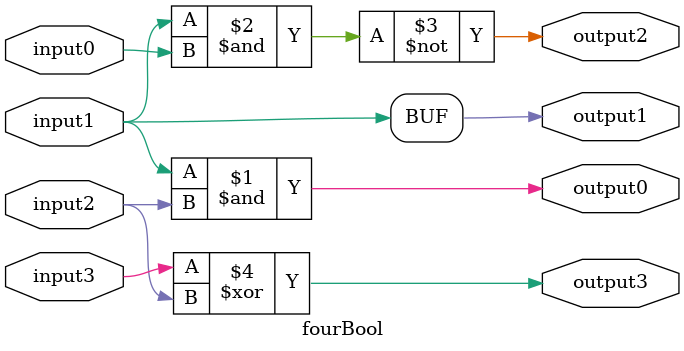
<source format=v>
module fourBool(output0,output1,output2,output3,input0,input1,input2,input3);

	output output0,output1,output2,output3;
	input input0,input1,input2,input3;

	wire output0,output1,output2,output3;

	and #50 (output0,input1,input2);

	buf #50 (output1,input1);

	nand #50 (output2,input1,input0);
	
	xor #50 (output3, input3, input2);

endmodule

</source>
